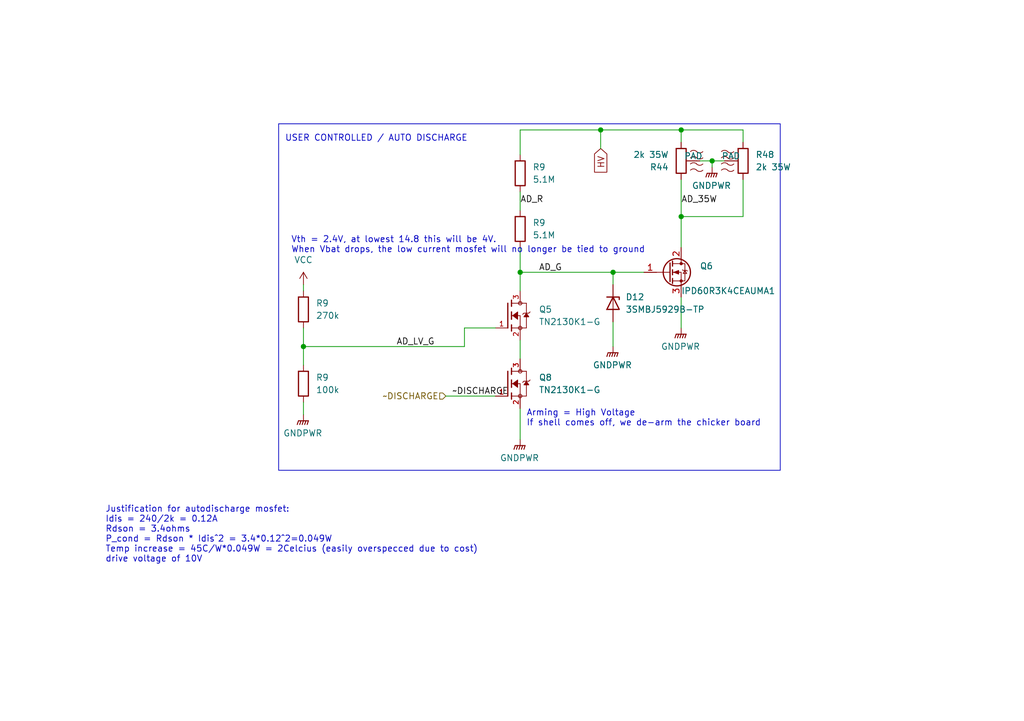
<source format=kicad_sch>
(kicad_sch (version 20230121) (generator eeschema)
  (paper "A5")
  (lib_symbols
    (symbol "bots:2k_35W" (pin_numbers hide) (pin_names (offset 0))
      (property "Reference" "R" (at 0 -2.54 90))
      (property "Value" "2k 35W" (at 5.08 -3.81 0))
      (symbol "2k_35W_0_1"
        (rectangle (start -1.016 2.54) (end 1.016 -2.54) (stroke (width 0.254)))
        (arc (start 1.905 -1.9051) (mid 2.54 -2.1681) (end 3.175 -1.9051))
        (arc (start 1.905 -0.6351) (mid 2.54 -0.8981) (end 3.175 -0.6351))
        (arc (start 1.905 0.6349) (mid 2.54 0.3719) (end 3.175 0.6349))
        (arc (start 1.905 1.905) (mid 2.54 1.642) (end 3.175 1.905))
        (arc (start 4.445 -1.905) (mid 3.81 -1.642) (end 3.175 -1.905))
        (arc (start 4.445 -0.635) (mid 3.81 -0.372) (end 3.175 -0.635))
        (arc (start 4.445 0.635) (mid 3.81 0.898) (end 3.175 0.635))
        (arc (start 4.445 1.9051) (mid 3.81 2.1681) (end 3.175 1.9051))
      )
      (symbol "2k_35W_1_1"
        (pin passive line (at 0 3.81 270) (length 1.27) (name "~") (number "1"))
        (pin passive line (at 0 -3.81 90) (length 1.27) (name "~") (number "2"))
        (pin passive line (at 3.81 0 180) (length 2.65) (name "PAD") (number "3"))
      )
    )
    (symbol "bots:D_ZENER_3SMBJ5929B-TP" (pin_numbers hide) (pin_names (offset 1.016) hide)
      (property "Reference" "D" (at 0 2.54 0))
      (property "Value" "3SMBJ5929B-TP\n" (at 0 -2.54 0))
      (symbol "D_ZENER_3SMBJ5929B-TP_0_1"
        (polyline (pts (xy 1.27 0) (xy -1.27 0)))
        (polyline (pts (xy -1.27 -1.27) (xy -1.27 1.27) (xy -0.762 1.27)) (stroke (width 0.254)))
        (polyline (pts (xy 1.27 -1.27) (xy 1.27 1.27) (xy -1.27 0) (xy 1.27 -1.27)) (stroke (width 0.254)))
      )
      (symbol "D_ZENER_3SMBJ5929B-TP_1_1"
        (pin passive line (at -3.81 0 0) (length 2.54) (name "K") (number "1"))
        (pin passive line (at 3.81 0 180) (length 2.54) (name "A") (number "2"))
      )
    )
    (symbol "bots:IPD60R3K4CEAUMA1" (pin_names hide)
      (property "Reference" "Q" (at 5.08 1.905 0))
      (property "Value" "IPD60R3K4CEAUMA1" (at 5.08 0 0))
      (symbol "IPD60R3K4CEAUMA1_0_1"
        (polyline (pts (xy 0.254 0) (xy -2.54 0)))
        (polyline (pts (xy 0.254 1.905) (xy 0.254 -1.905)) (stroke (width 0.254)))
        (polyline (pts (xy 0.762 -1.27) (xy 0.762 -2.286)) (stroke (width 0.254)))
        (polyline (pts (xy 0.762 0.508) (xy 0.762 -0.508)) (stroke (width 0.254)))
        (polyline (pts (xy 0.762 2.286) (xy 0.762 1.27)) (stroke (width 0.254)))
        (polyline (pts (xy 2.54 2.54) (xy 2.54 1.778)))
        (polyline (pts (xy 2.54 -2.54) (xy 2.54 0) (xy 0.762 0)))
        (polyline (pts (xy 0.762 -1.778) (xy 3.302 -1.778) (xy 3.302 1.778) (xy 0.762 1.778)))
        (polyline (pts (xy 1.016 0) (xy 2.032 0.381) (xy 2.032 -0.381) (xy 1.016 0)) (fill (type outline)))
        (polyline (pts (xy 2.794 0.508) (xy 2.921 0.381) (xy 3.683 0.381) (xy 3.81 0.254)))
        (polyline (pts (xy 3.302 0.381) (xy 2.921 -0.254) (xy 3.683 -0.254) (xy 3.302 0.381)))
        (circle (center 1.651 0) (radius 2.794) (stroke (width 0.254)))
        (circle (center 2.54 -1.778) (radius 0.254) (fill (type outline)))
        (circle (center 2.54 1.778) (radius 0.254) (fill (type outline)))
      )
      (symbol "IPD60R3K4CEAUMA1_1_1"
        (pin passive line (at -5.08 0 0) (length 2.54) (name "G") (number "1"))
        (pin passive line (at 2.54 5.08 270) (length 2.54) (name "D") (number "2"))
        (pin passive line (at 2.54 -5.08 90) (length 2.54) (name "S") (number "3"))
      )
    )
    (symbol "bots:R_100k" (pin_numbers hide) (pin_names (offset 0))
      (property "Reference" "R" (at 2.032 0 90))
      (property "Value" "100k" (at 0 0 90))
      (symbol "R_100k_0_1"
        (rectangle (start -1.016 -2.54) (end 1.016 2.54) (stroke (width 0.254)))
      )
      (symbol "R_100k_1_1"
        (pin passive line (at 0 3.81 270) (length 1.27) (name "~") (number "1"))
        (pin passive line (at 0 -3.81 90) (length 1.27) (name "~") (number "2"))
      )
    )
    (symbol "bots:R_270k" (pin_numbers hide) (pin_names (offset 0))
      (property "Reference" "R" (at 2.032 0 90))
      (property "Value" "270k" (at 0 0 90))
      (symbol "R_270k_0_1"
        (rectangle (start -1.016 -2.54) (end 1.016 2.54) (stroke (width 0.254)))
      )
      (symbol "R_270k_1_1"
        (pin passive line (at 0 3.81 270) (length 1.27) (name "~") (number "1"))
        (pin passive line (at 0 -3.81 90) (length 1.27) (name "~") (number "2"))
      )
    )
    (symbol "bots:R_5.1M" (pin_numbers hide) (pin_names (offset 0))
      (property "Reference" "R" (at 2.032 0 90))
      (property "Value" "5.1M" (at 0 0 90))
      (symbol "R_5.1M_0_1"
        (rectangle (start -1.016 -2.54) (end 1.016 2.54) (stroke (width 0.254)))
      )
      (symbol "R_5.1M_1_1"
        (pin passive line (at 0 3.81 270) (length 1.27) (name "~") (number "1"))
        (pin passive line (at 0 -3.81 90) (length 1.27) (name "~") (number "2"))
      )
    )
    (symbol "bots:TN2130K1-G" (pin_names (offset 1.016))
      (property "Reference" "Q" (at 5.08 1.27 0))
      (property "Value" "TN2130K1-G\n" (at 5.08 -1.27 0))
      (symbol "TN2130K1-G_0_0"
        (polyline (pts (xy 0 2.54) (xy 0 -2.54)) (stroke (width 0.254)))
        (polyline (pts (xy 0.762 -2.54) (xy 0.762 -3.175)) (stroke (width 0.254)))
        (polyline (pts (xy 0.762 -1.905) (xy 0.762 -2.54)) (stroke (width 0.254)))
        (polyline (pts (xy 0.762 0) (xy 0.762 -0.762)) (stroke (width 0.254)))
        (polyline (pts (xy 0.762 0) (xy 2.54 0)) (stroke (width 0.1524)))
        (polyline (pts (xy 0.762 0.762) (xy 0.762 0)) (stroke (width 0.254)))
        (polyline (pts (xy 0.762 2.54) (xy 0.762 1.905)) (stroke (width 0.254)))
        (polyline (pts (xy 0.762 2.54) (xy 3.81 2.54)) (stroke (width 0.1524)))
        (polyline (pts (xy 0.762 3.175) (xy 0.762 2.54)) (stroke (width 0.254)))
        (polyline (pts (xy 2.54 -2.54) (xy 0.762 -2.54)) (stroke (width 0.1524)))
        (polyline (pts (xy 2.54 -2.54) (xy 3.81 -2.54)) (stroke (width 0.1524)))
        (polyline (pts (xy 2.54 0) (xy 2.54 -2.54)) (stroke (width 0.1524)))
        (polyline (pts (xy 3.302 0.508) (xy 3.048 0.254)) (stroke (width 0.1524)))
        (polyline (pts (xy 3.81 0.508) (xy 3.302 0.508)) (stroke (width 0.1524)))
        (polyline (pts (xy 3.81 0.508) (xy 3.81 -2.54)) (stroke (width 0.1524)))
        (polyline (pts (xy 3.81 2.54) (xy 3.81 0.508)) (stroke (width 0.1524)))
        (polyline (pts (xy 4.318 0.508) (xy 3.81 0.508)) (stroke (width 0.1524)))
        (polyline (pts (xy 4.572 0.762) (xy 4.318 0.508)) (stroke (width 0.1524)))
        (polyline (pts (xy 1.016 0) (xy 2.032 0.762) (xy 2.032 -0.762) (xy 1.016 0)) (stroke (width 0.1524)) (fill (type outline)))
        (polyline (pts (xy 3.81 0.508) (xy 3.302 -0.254) (xy 4.318 -0.254) (xy 3.81 0.508)) (stroke (width 0.1524)) (fill (type outline)))
        (circle (center 2.54 -2.54) (radius 0.3592))
        (circle (center 2.54 2.54) (radius 0.3592))
        (pin passive line (at -2.54 -2.54 0) (length 2.54) (name "~") (number "1"))
        (pin passive line (at 2.54 -5.08 90) (length 2.54) (name "~") (number "2"))
        (pin passive line (at 2.54 5.08 270) (length 2.54) (name "~") (number "3"))
      )
    )
    (symbol "power:GNDPWR" (power) (pin_names (offset 0))
      (property "Value" "GNDPWR" (at 0 -3.302 0))
      (symbol "GNDPWR_0_1"
        (polyline (pts (xy 0 -1.27) (xy 0 0)))
        (polyline (pts (xy -1.016 -1.27) (xy -1.27 -2.032) (xy -1.27 -2.032)) (stroke (width 0.2032)))
        (polyline (pts (xy -0.508 -1.27) (xy -0.762 -2.032) (xy -0.762 -2.032)) (stroke (width 0.2032)))
        (polyline (pts (xy 0 -1.27) (xy -0.254 -2.032) (xy -0.254 -2.032)) (stroke (width 0.2032)))
        (polyline (pts (xy 0.508 -1.27) (xy 0.254 -2.032) (xy 0.254 -2.032)) (stroke (width 0.2032)))
        (polyline (pts (xy 1.016 -1.27) (xy -1.016 -1.27) (xy -1.016 -1.27)) (stroke (width 0.2032)))
        (polyline (pts (xy 1.016 -1.27) (xy 0.762 -2.032) (xy 0.762 -2.032) (xy 0.762 -2.032)) (stroke (width 0.2032)))
      )
      (symbol "GNDPWR_1_1"
        (pin power_in line (at 0 0 270) (length 0) hide (name "GNDPWR") (number "1"))
      )
    )
    (symbol "power:VCC" (power) (pin_names (offset 0))
      (property "Value" "VCC" (at 0 3.81 0))
      (symbol "VCC_0_1"
        (polyline (pts (xy -0.762 1.27) (xy 0 2.54)))
        (polyline (pts (xy 0 0) (xy 0 2.54)))
        (polyline (pts (xy 0 2.54) (xy 0.762 1.27)))
      )
      (symbol "VCC_1_1"
        (pin power_in line (at 0 0 90) (length 0) hide (name "VCC") (number "1"))
      )
    )
  )
  (junction (at 125.73 55.88))
  (junction (at 146.05 33.02))
  (junction (at 123.19 26.67))
  (junction (at 106.68 55.88))
  (junction (at 139.7 26.67))
  (junction (at 62.23 71.12))
  (junction (at 139.7 44.45))
  (wire (pts (xy 106.68 39.37) (xy 106.68 43.18)))
  (wire (pts (xy 123.19 30.48) (xy 123.19 26.67)))
  (wire (pts (xy 106.68 50.8) (xy 106.68 55.88)))
  (wire (pts (xy 125.73 55.88) (xy 106.68 55.88)))
  (wire (pts (xy 125.73 66.04) (xy 125.73 71.12)))
  (wire (pts (xy 146.05 34.29) (xy 146.05 33.02)))
  (wire (pts (xy 146.05 33.02) (xy 143.51 33.02)))
  (wire (pts (xy 106.68 55.88) (xy 106.68 59.69)))
  (wire (pts (xy 125.73 55.88) (xy 125.73 58.42)))
  (wire (pts (xy 152.4 26.67) (xy 139.7 26.67)))
  (wire (pts (xy 152.4 36.83) (xy 152.4 44.45)))
  (wire (pts (xy 106.68 83.82) (xy 106.68 90.17)))
  (wire (pts (xy 62.23 58.42) (xy 62.23 59.69)))
  (wire (pts (xy 152.4 29.21) (xy 152.4 26.67)))
  (wire (pts (xy 62.23 71.12) (xy 62.23 67.31)))
  (wire (pts (xy 95.25 67.31) (xy 95.25 71.12)))
  (wire (pts (xy 91.44 81.28) (xy 101.6 81.28)))
  (wire (pts (xy 139.7 26.67) (xy 139.7 29.21)))
  (wire (pts (xy 123.19 26.67) (xy 139.7 26.67)))
  (wire (pts (xy 106.68 26.67) (xy 123.19 26.67)))
  (wire (pts (xy 152.4 44.45) (xy 139.7 44.45)))
  (wire (pts (xy 139.7 60.96) (xy 139.7 67.31)))
  (wire (pts (xy 106.68 31.75) (xy 106.68 26.67)))
  (wire (pts (xy 62.23 82.55) (xy 62.23 85.09)))
  (wire (pts (xy 139.7 36.83) (xy 139.7 44.45)))
  (wire (pts (xy 62.23 71.12) (xy 95.25 71.12)))
  (wire (pts (xy 139.7 44.45) (xy 139.7 50.8)))
  (wire (pts (xy 132.08 55.88) (xy 125.73 55.88)))
  (wire (pts (xy 62.23 71.12) (xy 62.23 74.93)))
  (wire (pts (xy 101.6 67.31) (xy 95.25 67.31)))
  (wire (pts (xy 146.05 33.02) (xy 148.59 33.02)))
  (wire (pts (xy 106.68 69.85) (xy 106.68 73.66)))
  (rectangle (start 57.15 25.4) (end 160.02 96.52))
  (text "Arming = High Voltage\nIf shell comes off, we de-arm the chicker board" (at 107.95 87.63 0) (effects (font (size 1.27 1.27)) (justify left bottom)))
  (text "Justification for autodischarge mosfet:\nIdis = 240/2k = 0.12A\nRdson = 3.4ohms\nP_cond = Rdson * Idis^2 = 3.4*0.12^2=0.049W\nTemp increase = 45C/W*0.049W = 2Celcius (easily overspecced due to cost)\ndrive voltage of 10V" (at 21.59 115.57 0) (effects (font (size 1.27 1.27)) (justify left bottom)))
  (text "USER CONTROLLED / AUTO DISCHARGE" (at 58.42 29.21 0) (effects (font (size 1.27 1.27)) (justify left bottom)))
  (text "Vth = 2.4V, at lowest 14.8 this will be 4V. \nWhen Vbat drops, the low current mosfet will no longer be tied to ground" (at 59.69 52.07 0) (effects (font (size 1.27 1.27)) (justify left bottom)))
  (label "AD_35W" (at 139.7 41.91 0))
  (label "~DISCHARGE" (at 92.71 81.28 0))
  (label "AD_G" (at 110.49 55.88 0))
  (label "AD_R" (at 106.68 41.91 0))
  (label "AD_LV_G" (at 81.28 71.12 0))
  (global_label "HV" (shape input) (at 123.19 30.48 270) (property "Intersheetrefs" "${INTERSHEET_REFS}" (effects hide)))
  (hierarchical_label "~DISCHARGE" (shape input) (at 91.44 81.28 180))
  (symbol (lib_id "bots:R_100k") (at 62.23 78.74 0) (unit 1)
    (property "Reference" "R9" (at 64.77 77.47 0) (effects (justify left)))
    (property "Value" "100k" (at 64.77 80.01 0) (effects (justify left)))
    (property "Footprint" "bots:R_0603_1608Metric" (effects hide))
    (property "MPN" "0603WAF1003T5E" (effects hide))
    (property "Manufacturer" "UNI-ROYAL(Uniroyal Elec)" (effects hide))
    (property "Price" "0.0009" (effects hide))
    (property "JLC" "0603" (effects hide))
    (property "LCSC" "C25803" (effects hide))
    (property "JLC Extended" "no" (effects hide))
    (instances (project "chicker" (path "" (reference "R9") (unit 1)) (path "" (reference "R32") (unit 1)) (path "" (reference "R32") (unit 1))))
  )
  (symbol (lib_id "power:GNDPWR") (at 139.7 67.31 0) (unit 1)
    (property "Reference" "#PWR062" (effects hide))
    (property "Value" "GNDPWR" (at 139.573 71.12 0))
    (instances (project "chicker" (path "" (reference "#PWR062") (unit 1)) (path "" (reference "#PWR095") (unit 1))))
  )
  (symbol (lib_id "power:GNDPWR") (at 125.73 71.12 0) (unit 1)
    (property "Reference" "#PWR072" (effects hide))
    (property "Value" "GNDPWR" (at 125.603 74.93 0))
    (instances (project "chicker" (path "" (reference "#PWR072") (unit 1)) (path "" (reference "#PWR096") (unit 1))))
  )
  (symbol (lib_id "power:VCC") (at 62.23 58.42 0) (unit 1)
    (property "Reference" "#PWR09" (effects hide))
    (property "Value" "VCC" (at 62.23 53.34 0))
    (instances (project "chicker" (path "" (reference "#PWR09") (unit 1)) (path "" (reference "#PWR069") (unit 1)) (path "" (reference "#PWR094") (unit 1))))
  )
  (symbol (lib_id "bots:2k_35W") (at 152.4 33.02 0) (mirror y) (unit 1)
    (property "Reference" "R48" (at 154.94 31.75 0) (effects (justify right)))
    (property "Value" "2k 35W" (at 154.94 34.29 0) (effects (justify right)))
    (property "Footprint" "bots:TO-220-2_Horizontal_TabDown" (effects hide))
    (property "MPN" "PWR220T-35-2001J" (effects hide))
    (property "Manufacturer" "Bourns" (effects hide))
    (property "Price" "4.067" (effects hide))
  )
  (symbol (lib_id "bots:IPD60R3K4CEAUMA1") (at 137.16 55.88 0) (unit 1)
    (property "Reference" "Q6" (at 143.51 54.61 0) (effects (justify left)))
    (property "Value" "IPD60R3K4CEAUMA1" (at 139.7 59.69 0) (effects (justify left)))
    (property "Footprint" "bots:DPAK-3_ONS" (effects hide))
    (property "Manufacturer" "Infineon" (effects hide))
    (property "MPN" "IPD60R3K4CEAUMA1" (effects hide))
    (property "JLC" "TO-252" (effects hide))
    (property "LCSC" "N/A" (effects hide))
    (property "Price" "0.653" (effects hide))
    (property "JLC Extended" "N/A" (effects hide))
  )
  (symbol (lib_id "bots:R_5.1M") (at 106.68 46.99 0) (unit 1)
    (property "Reference" "R9" (at 109.22 45.72 0) (effects (justify left)))
    (property "Value" "5.1M" (at 109.22 48.26 0) (effects (justify left)))
    (property "Footprint" "bots:R_0603_1608Metric" (effects hide))
    (property "MPN" "0603WAF5104T5E" (effects hide))
    (property "Manufacturer" "UNI-ROYAL(Uniroyal Elec)" (effects hide))
    (property "Price" "0.0013" (effects hide))
    (property "JLC" "0603" (effects hide))
    (property "LCSC" "C13320" (effects hide))
    (property "JLC Extended" "no" (effects hide))
    (instances (project "chicker" (path "" (reference "R9") (unit 1)) (path "" (reference "R33") (unit 1)) (path "" (reference "R33") (unit 1))))
  )
  (symbol (lib_id "bots:R_270k") (at 62.23 63.5 0) (unit 1)
    (property "Reference" "R9" (at 64.77 62.23 0) (effects (justify left)))
    (property "Value" "270k" (at 64.77 64.77 0) (effects (justify left)))
    (property "Footprint" "bots:R_0603_1608Metric" (effects hide))
    (property "MPN" "0603WAF2703T5E" (effects hide))
    (property "Manufacturer" "UNI-ROYAL(Uniroyal Elec)" (effects hide))
    (property "Price" "0.0009" (effects hide))
    (property "JLC" "0603" (effects hide))
    (property "LCSC" "C22965" (effects hide))
    (property "JLC Extended" "no" (effects hide))
    (instances (project "chicker" (path "" (reference "R9") (unit 1)) (path "" (reference "R31") (unit 1)) (path "" (reference "R31") (unit 1))))
  )
  (symbol (lib_id "power:GNDPWR") (at 106.68 90.17 0) (unit 1)
    (property "Reference" "#PWR055" (effects hide))
    (property "Value" "GNDPWR" (at 106.553 93.98 0))
    (instances (project "chicker" (path "" (reference "#PWR055") (unit 1)) (path "" (reference "#PWR098") (unit 1))))
  )
  (symbol (lib_id "bots:R_5.1M") (at 106.68 35.56 0) (unit 1)
    (property "Reference" "R9" (at 109.22 34.29 0) (effects (justify left)))
    (property "Value" "5.1M" (at 109.22 36.83 0) (effects (justify left)))
    (property "Footprint" "bots:R_0603_1608Metric" (effects hide))
    (property "MPN" "0603WAF5104T5E" (effects hide))
    (property "Manufacturer" "UNI-ROYAL(Uniroyal Elec)" (effects hide))
    (property "Price" "0.0013" (effects hide))
    (property "JLC" "0603" (effects hide))
    (property "LCSC" "C13320" (effects hide))
    (property "JLC Extended" "no" (effects hide))
    (instances (project "chicker" (path "" (reference "R9") (unit 1)) (path "" (reference "R34") (unit 1)) (path "" (reference "R34") (unit 1))))
  )
  (symbol (lib_id "bots:TN2130K1-G") (at 104.14 78.74 0) (unit 1)
    (property "Reference" "Q8" (at 110.49 77.47 0) (effects (justify left)))
    (property "Value" "TN2130K1-G\n" (at 110.49 80.01 0) (effects (justify left)))
    (property "Footprint" "bots:SOT95P240X111-3N" (effects hide))
    (property "Package" "SOT-23-3" (effects hide))
    (property "Price" "0.67" (effects hide))
    (property "Description" "N-Channel 50 V 200mA (Ta) 225mW (Ta) Surface Mount SOT-23-3 (TO-236)" (effects hide))
    (property "MPN" "TN2130K1-G" (effects hide))
    (property "JLC" "SOT-23-3" (effects hide))
    (property "LCSC" "C626652" (effects hide))
    (property "Manufacturer" "Microchip" (effects hide))
    (property "MF" "Diodes Inc." (effects hide))
    (property "JLC Extended" "yes" (effects hide))
  )
  (symbol (lib_id "power:GNDPWR") (at 62.23 85.09 0) (unit 1)
    (property "Reference" "#PWR054" (effects hide))
    (property "Value" "GNDPWR" (at 62.103 88.9 0))
    (instances (project "chicker" (path "" (reference "#PWR054") (unit 1)) (path "" (reference "#PWR097") (unit 1))))
  )
  (symbol (lib_id "bots:TN2130K1-G") (at 104.14 64.77 0) (unit 1)
    (property "Reference" "Q5" (at 110.49 63.5 0) (effects (justify left)))
    (property "Value" "TN2130K1-G\n" (at 110.49 66.04 0) (effects (justify left)))
    (property "Footprint" "bots:SOT95P240X111-3N" (effects hide))
    (property "Package" "SOT-23-3" (effects hide))
    (property "Price" "0.65" (effects hide))
    (property "Description" "N-Channel 50 V 200mA (Ta) 225mW (Ta) Surface Mount SOT-23-3 (TO-236)" (effects hide))
    (property "MPN" "TN2130K1-G" (effects hide))
    (property "JLC" "SOT-23-3" (effects hide))
    (property "LCSC" "C626652" (effects hide))
    (property "Manufacturer" "Microchip" (effects hide))
    (property "MF" "Diodes Inc." (effects hide))
    (property "JLC Extended" "yes" (effects hide))
  )
  (symbol (lib_id "bots:2k_35W") (at 139.7 33.02 0) (mirror x) (unit 1)
    (property "Reference" "R44" (at 137.16 34.29 0) (effects (justify right)))
    (property "Value" "2k 35W" (at 137.16 31.75 0) (effects (justify right)))
    (property "Footprint" "bots:TO-220-2_Horizontal_TabDown" (effects hide))
    (property "MPN" "PWR220T-35-2001J" (effects hide))
    (property "Manufacturer" "Bourns" (effects hide))
    (property "Price" "4.067" (effects hide))
  )
  (symbol (lib_id "bots:D_ZENER_3SMBJ5929B-TP") (at 125.73 62.23 270) (unit 1)
    (property "Reference" "D12" (at 128.27 60.96 90) (effects (justify left)))
    (property "Value" "3SMBJ5929B-TP\n" (at 128.27 63.5 90) (effects (justify left)))
    (property "Footprint" "bots:D_SMB" (effects hide))
    (property "MPN" "3SMBJ5929B-TP" (effects hide))
    (property "Manufacturer" "Micro Commercial Co" (effects hide))
    (property "Price" "0.63" (effects hide))
    (property "LCSC" "N/A" (effects hide))
  )
  (symbol (lib_id "power:GNDPWR") (at 146.05 34.29 0) (unit 1)
    (property "Reference" "#PWR073" (effects hide))
    (property "Value" "GNDPWR" (at 145.923 38.1 0))
    (instances (project "chicker" (path "" (reference "#PWR073") (unit 1)) (path "" (reference "#PWR093") (unit 1))))
  )
)
</source>
